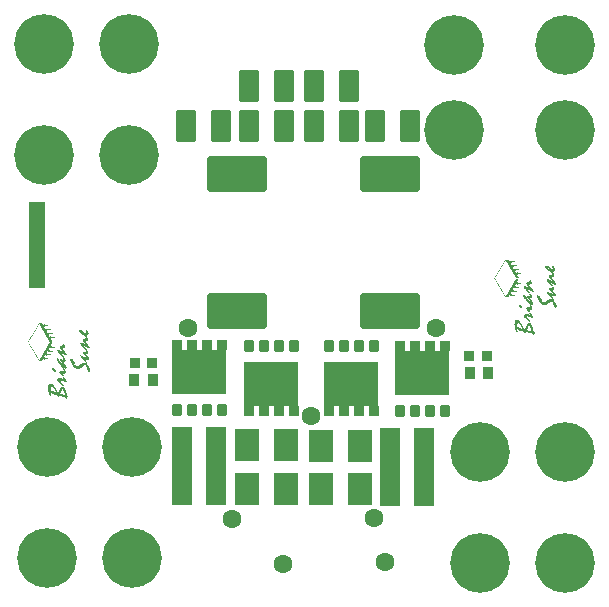
<source format=gts>
G04*
G04 #@! TF.GenerationSoftware,Altium Limited,Altium Designer,19.0.6 (157)*
G04*
G04 Layer_Color=3707366*
%FSLAX25Y25*%
%MOIN*%
G70*
G01*
G75*
%ADD21R,0.07087X0.25984*%
%ADD22R,0.07874X0.11000*%
%ADD24R,0.05599X0.28771*%
G04:AMPARAMS|DCode=25|XSize=35.47mil|YSize=33.5mil|CornerRadius=4.15mil|HoleSize=0mil|Usage=FLASHONLY|Rotation=270.000|XOffset=0mil|YOffset=0mil|HoleType=Round|Shape=RoundedRectangle|*
%AMROUNDEDRECTD25*
21,1,0.03547,0.02520,0,0,270.0*
21,1,0.02717,0.03350,0,0,270.0*
1,1,0.00830,-0.01260,-0.01358*
1,1,0.00830,-0.01260,0.01358*
1,1,0.00830,0.01260,0.01358*
1,1,0.00830,0.01260,-0.01358*
%
%ADD25ROUNDEDRECTD25*%
G04:AMPARAMS|DCode=26|XSize=41.37mil|YSize=33.5mil|CornerRadius=4.15mil|HoleSize=0mil|Usage=FLASHONLY|Rotation=90.000|XOffset=0mil|YOffset=0mil|HoleType=Round|Shape=RoundedRectangle|*
%AMROUNDEDRECTD26*
21,1,0.04137,0.02520,0,0,90.0*
21,1,0.03307,0.03350,0,0,90.0*
1,1,0.00830,0.01260,0.01654*
1,1,0.00830,0.01260,-0.01654*
1,1,0.00830,-0.01260,-0.01654*
1,1,0.00830,-0.01260,0.01654*
%
%ADD26ROUNDEDRECTD26*%
%ADD27R,0.03350X0.03350*%
%ADD28R,0.03625X0.03861*%
G04:AMPARAMS|DCode=29|XSize=65mil|YSize=108mil|CornerRadius=5.72mil|HoleSize=0mil|Usage=FLASHONLY|Rotation=180.000|XOffset=0mil|YOffset=0mil|HoleType=Round|Shape=RoundedRectangle|*
%AMROUNDEDRECTD29*
21,1,0.06500,0.09655,0,0,180.0*
21,1,0.05355,0.10800,0,0,180.0*
1,1,0.01145,-0.02678,0.04828*
1,1,0.01145,0.02678,0.04828*
1,1,0.01145,0.02678,-0.04828*
1,1,0.01145,-0.02678,-0.04828*
%
%ADD29ROUNDEDRECTD29*%
G04:AMPARAMS|DCode=30|XSize=198.85mil|YSize=120.11mil|CornerRadius=9.86mil|HoleSize=0mil|Usage=FLASHONLY|Rotation=0.000|XOffset=0mil|YOffset=0mil|HoleType=Round|Shape=RoundedRectangle|*
%AMROUNDEDRECTD30*
21,1,0.19885,0.10039,0,0,0.0*
21,1,0.17913,0.12011,0,0,0.0*
1,1,0.01972,0.08957,-0.05020*
1,1,0.01972,-0.08957,-0.05020*
1,1,0.01972,-0.08957,0.05020*
1,1,0.01972,0.08957,0.05020*
%
%ADD30ROUNDEDRECTD30*%
%ADD31R,0.18310X0.14570*%
%ADD32C,0.06307*%
%ADD33C,0.19885*%
G36*
X10605Y91839D02*
X10717D01*
Y91615D01*
X10829D01*
Y91503D01*
X10941D01*
Y91391D01*
X11165D01*
Y91503D01*
X11389D01*
Y91615D01*
X11501D01*
Y91503D01*
X12732D01*
Y91391D01*
X12844D01*
Y91280D01*
X12732D01*
Y91167D01*
X11837D01*
Y91056D01*
X11725D01*
Y90944D01*
X11613D01*
Y90832D01*
X11501D01*
Y90720D01*
X11389D01*
Y90496D01*
X11501D01*
Y90272D01*
X11613D01*
Y90160D01*
X11949D01*
Y90272D01*
X12285D01*
Y90160D01*
X13516D01*
Y89824D01*
X12509D01*
Y89712D01*
X12397D01*
Y89600D01*
X12285D01*
Y89488D01*
X12173D01*
Y89152D01*
X12285D01*
Y88928D01*
X12397D01*
Y88816D01*
X12621D01*
Y88928D01*
X12844D01*
Y89040D01*
X12957D01*
Y88928D01*
X14300D01*
Y88592D01*
X13292D01*
Y88481D01*
X13180D01*
Y88369D01*
X13068D01*
Y88257D01*
X12957D01*
Y88145D01*
X12844D01*
Y87921D01*
X12957D01*
Y87809D01*
X13068D01*
Y87585D01*
X13404D01*
Y87697D01*
X13740D01*
Y87585D01*
X14972D01*
Y87361D01*
X14860D01*
Y87249D01*
X13964D01*
Y87137D01*
X13852D01*
Y87025D01*
X13740D01*
Y86913D01*
X13628D01*
Y86577D01*
X13740D01*
Y86353D01*
X13852D01*
Y86241D01*
X13964D01*
Y86017D01*
X14076D01*
Y85905D01*
X13964D01*
Y85794D01*
X13292D01*
Y85905D01*
X13068D01*
Y86017D01*
X12957D01*
Y86241D01*
X12844D01*
Y86465D01*
X12732D01*
Y86689D01*
X12621D01*
Y86801D01*
X12509D01*
Y87025D01*
X12397D01*
Y87249D01*
X12285D01*
Y87361D01*
X12173D01*
Y87585D01*
X12061D01*
Y87809D01*
X11949D01*
Y88033D01*
X11837D01*
Y88257D01*
X11725D01*
Y88369D01*
X11613D01*
Y88592D01*
X11501D01*
Y88816D01*
X11389D01*
Y88928D01*
X11277D01*
Y89152D01*
X11165D01*
Y89376D01*
X11053D01*
Y89600D01*
X10941D01*
Y89712D01*
X10829D01*
Y89936D01*
X10717D01*
Y90160D01*
X10605D01*
Y90384D01*
X10493D01*
Y90496D01*
X10381D01*
Y90720D01*
X10270D01*
Y90944D01*
X10158D01*
Y91167D01*
X10046D01*
Y91280D01*
X9934D01*
Y91503D01*
X9822D01*
Y91615D01*
X9598D01*
Y91503D01*
X9486D01*
Y91280D01*
X9374D01*
Y91056D01*
X9262D01*
Y90832D01*
X9150D01*
Y90720D01*
X9038D01*
Y90496D01*
X8926D01*
Y90384D01*
X8814D01*
Y90160D01*
X8702D01*
Y89936D01*
X8590D01*
Y89712D01*
X8478D01*
Y89600D01*
X8366D01*
Y89376D01*
X8254D01*
Y89264D01*
X8142D01*
Y89040D01*
X8030D01*
Y88816D01*
X7918D01*
Y88704D01*
X7806D01*
Y88481D01*
X7694D01*
Y88257D01*
X7582D01*
Y88033D01*
X7470D01*
Y87921D01*
X7359D01*
Y87697D01*
X7247D01*
Y87473D01*
X7135D01*
Y87361D01*
X7023D01*
Y87137D01*
X6911D01*
Y86913D01*
X6799D01*
Y86801D01*
X6687D01*
Y86577D01*
X6575D01*
Y86353D01*
X6463D01*
Y86129D01*
X6351D01*
Y86017D01*
X6239D01*
Y85794D01*
X6127D01*
Y85570D01*
X6239D01*
Y85458D01*
X6351D01*
Y85234D01*
X6463D01*
Y85010D01*
X6575D01*
Y84898D01*
X6687D01*
Y84674D01*
X6799D01*
Y84450D01*
X6911D01*
Y84338D01*
X7023D01*
Y84114D01*
X7135D01*
Y84002D01*
X7247D01*
Y83778D01*
X7359D01*
Y83554D01*
X7470D01*
Y83330D01*
X7582D01*
Y83218D01*
X7694D01*
Y82995D01*
X7806D01*
Y82771D01*
X7918D01*
Y82659D01*
X8030D01*
Y82435D01*
X8142D01*
Y82211D01*
X8254D01*
Y82099D01*
X8366D01*
Y81875D01*
X8478D01*
Y81651D01*
X8590D01*
Y81427D01*
X8702D01*
Y81315D01*
X8814D01*
Y81091D01*
X8926D01*
Y80867D01*
X9038D01*
Y80755D01*
X9150D01*
Y80532D01*
X9262D01*
Y80308D01*
X9374D01*
Y80084D01*
X9486D01*
Y79972D01*
X9598D01*
Y79860D01*
X9934D01*
Y80084D01*
X10046D01*
Y80308D01*
X10158D01*
Y80532D01*
X10270D01*
Y80643D01*
X10381D01*
Y80867D01*
X10493D01*
Y81091D01*
X10605D01*
Y81315D01*
X10717D01*
Y81539D01*
X10829D01*
Y81651D01*
X10941D01*
Y81875D01*
X11053D01*
Y81987D01*
X11165D01*
Y82211D01*
X11277D01*
Y82435D01*
X11389D01*
Y82659D01*
X11501D01*
Y82771D01*
X11613D01*
Y82995D01*
X11725D01*
Y83218D01*
X11837D01*
Y83442D01*
X11949D01*
Y83554D01*
X12061D01*
Y83778D01*
X12173D01*
Y84002D01*
X12285D01*
Y84226D01*
X12397D01*
Y84450D01*
X12509D01*
Y84562D01*
X12621D01*
Y84786D01*
X12732D01*
Y85010D01*
X12844D01*
Y85122D01*
X12957D01*
Y85346D01*
X13068D01*
Y85458D01*
X13180D01*
Y85570D01*
X13292D01*
Y85682D01*
X13964D01*
Y85570D01*
X14076D01*
Y85458D01*
X13964D01*
Y85234D01*
X13852D01*
Y85010D01*
X13740D01*
Y84786D01*
X13628D01*
Y84562D01*
X13740D01*
Y84450D01*
X13852D01*
Y84338D01*
X13964D01*
Y84226D01*
X14972D01*
Y83890D01*
X13740D01*
Y83666D01*
X13628D01*
Y83778D01*
X13404D01*
Y83890D01*
X13068D01*
Y83666D01*
X12957D01*
Y83442D01*
X12844D01*
Y83330D01*
X12957D01*
Y83218D01*
X13068D01*
Y83106D01*
X13180D01*
Y82995D01*
X13292D01*
Y82883D01*
X14300D01*
Y82659D01*
X14188D01*
Y82547D01*
X12957D01*
Y82435D01*
X12844D01*
Y82547D01*
X12621D01*
Y82659D01*
X12397D01*
Y82547D01*
X12285D01*
Y82323D01*
X12173D01*
Y81987D01*
X12285D01*
Y81875D01*
X12397D01*
Y81763D01*
X12509D01*
Y81651D01*
X13516D01*
Y81315D01*
X12285D01*
Y81203D01*
X11949D01*
Y81315D01*
X11613D01*
Y81203D01*
X11501D01*
Y80979D01*
X11389D01*
Y80755D01*
X11501D01*
Y80643D01*
X11613D01*
Y80532D01*
X11725D01*
Y80419D01*
X11837D01*
Y80308D01*
X12732D01*
Y80196D01*
X12844D01*
Y80084D01*
X12732D01*
Y79972D01*
X11501D01*
Y79860D01*
X11389D01*
Y79972D01*
X11165D01*
Y80084D01*
X10941D01*
Y79972D01*
X10829D01*
Y79748D01*
X10717D01*
Y79636D01*
X10605D01*
Y79524D01*
X9598D01*
Y79636D01*
X9486D01*
Y79748D01*
X9374D01*
Y79972D01*
X9262D01*
Y80196D01*
X9150D01*
Y80308D01*
X9038D01*
Y80532D01*
X8926D01*
Y80755D01*
X8814D01*
Y80867D01*
X8702D01*
Y81091D01*
X8590D01*
Y81315D01*
X8478D01*
Y81427D01*
X8366D01*
Y81651D01*
X8254D01*
Y81875D01*
X8142D01*
Y81987D01*
X8030D01*
Y82211D01*
X7918D01*
Y82435D01*
X7806D01*
Y82659D01*
X7694D01*
Y82771D01*
X7582D01*
Y82995D01*
X7470D01*
Y83218D01*
X7359D01*
Y83330D01*
X7247D01*
Y83554D01*
X7135D01*
Y83778D01*
X7023D01*
Y84002D01*
X6911D01*
Y84114D01*
X6799D01*
Y84338D01*
X6687D01*
Y84562D01*
X6575D01*
Y84674D01*
X6463D01*
Y84898D01*
X6351D01*
Y85122D01*
X6239D01*
Y85346D01*
X6127D01*
Y85458D01*
X6015D01*
Y85682D01*
X5903D01*
Y85794D01*
X6015D01*
Y86017D01*
X6127D01*
Y86129D01*
X6239D01*
Y86353D01*
X6351D01*
Y86577D01*
X6463D01*
Y86689D01*
X6575D01*
Y86913D01*
X6687D01*
Y87137D01*
X6799D01*
Y87361D01*
X6911D01*
Y87473D01*
X7023D01*
Y87697D01*
X7135D01*
Y87921D01*
X7247D01*
Y88033D01*
X7359D01*
Y88257D01*
X7470D01*
Y88481D01*
X7582D01*
Y88592D01*
X7694D01*
Y88816D01*
X7806D01*
Y89040D01*
X7918D01*
Y89152D01*
X8030D01*
Y89376D01*
X8142D01*
Y89488D01*
X8254D01*
Y89712D01*
X8366D01*
Y89936D01*
X8478D01*
Y90160D01*
X8590D01*
Y90272D01*
X8702D01*
Y90496D01*
X8814D01*
Y90720D01*
X8926D01*
Y90832D01*
X9038D01*
Y91056D01*
X9150D01*
Y91280D01*
X9262D01*
Y91503D01*
X9374D01*
Y91615D01*
X9486D01*
Y91839D01*
X9598D01*
Y91951D01*
X10605D01*
Y91839D01*
D02*
G37*
G36*
X17995Y84898D02*
X18106D01*
Y84786D01*
X18218D01*
Y84674D01*
X18330D01*
Y84002D01*
X18218D01*
Y83890D01*
X17995D01*
Y83778D01*
X17659D01*
Y83666D01*
X17547D01*
Y83554D01*
X17435D01*
Y83442D01*
X17547D01*
Y83330D01*
X17659D01*
Y83106D01*
X17771D01*
Y82995D01*
X17883D01*
Y82771D01*
X17995D01*
Y82659D01*
X18218D01*
Y82547D01*
X18330D01*
Y82323D01*
X18442D01*
Y82211D01*
X18554D01*
Y82099D01*
X18666D01*
Y81987D01*
X18778D01*
Y81875D01*
X18890D01*
Y81651D01*
X19002D01*
Y81315D01*
X18330D01*
Y81427D01*
X18106D01*
Y81539D01*
X17883D01*
Y81651D01*
X17659D01*
Y81763D01*
X17435D01*
Y81875D01*
X17211D01*
Y81651D01*
X17323D01*
Y81539D01*
X17435D01*
Y81427D01*
X17547D01*
Y81315D01*
X17659D01*
Y81203D01*
X17771D01*
Y80979D01*
X17883D01*
Y80755D01*
X17435D01*
Y80867D01*
X17323D01*
Y80979D01*
X17211D01*
Y81091D01*
X17099D01*
Y81203D01*
X16987D01*
Y81315D01*
X16875D01*
Y81427D01*
X16763D01*
Y81539D01*
X16651D01*
Y81651D01*
X16539D01*
Y81875D01*
X16427D01*
Y81987D01*
X16315D01*
Y82099D01*
X16203D01*
Y82211D01*
X16091D01*
Y82323D01*
X15979D01*
Y82435D01*
X15867D01*
Y82659D01*
X15755D01*
Y82995D01*
X15867D01*
Y83106D01*
X15979D01*
Y83218D01*
X16315D01*
Y83106D01*
X16539D01*
Y82995D01*
X16763D01*
Y82883D01*
X17099D01*
Y82771D01*
X17323D01*
Y82659D01*
X17435D01*
Y82771D01*
X17323D01*
Y82883D01*
X17211D01*
Y82995D01*
X17099D01*
Y83106D01*
X16987D01*
Y83218D01*
X16875D01*
Y83442D01*
X16763D01*
Y83554D01*
X16651D01*
Y83778D01*
X16539D01*
Y84338D01*
X16651D01*
Y84450D01*
X16875D01*
Y84562D01*
X17435D01*
Y84674D01*
X17547D01*
Y85010D01*
X17883D01*
Y85122D01*
X17995D01*
Y84898D01*
D02*
G37*
G36*
Y80532D02*
X18106D01*
Y80419D01*
X18218D01*
Y80308D01*
X18330D01*
Y80084D01*
X18442D01*
Y79860D01*
X18554D01*
Y79300D01*
X18442D01*
Y79188D01*
X18330D01*
Y79076D01*
X17771D01*
Y78964D01*
X17883D01*
Y78852D01*
X17995D01*
Y78628D01*
X18106D01*
Y78516D01*
X18218D01*
Y78404D01*
X18330D01*
Y78292D01*
X18442D01*
Y78068D01*
X18554D01*
Y77956D01*
X18666D01*
Y77732D01*
X18778D01*
Y77509D01*
X18890D01*
Y76949D01*
X18666D01*
Y76837D01*
X18442D01*
Y76949D01*
X18218D01*
Y77061D01*
X18106D01*
Y77173D01*
X17323D01*
Y77397D01*
X17211D01*
Y77509D01*
X17099D01*
Y77732D01*
X16987D01*
Y77845D01*
X16875D01*
Y77956D01*
X16763D01*
Y78068D01*
X16651D01*
Y78180D01*
X16539D01*
Y78404D01*
X16427D01*
Y78516D01*
X16315D01*
Y78740D01*
X16203D01*
Y78852D01*
X16091D01*
Y78964D01*
X15979D01*
Y79188D01*
X15867D01*
Y79300D01*
X15755D01*
Y79524D01*
X15643D01*
Y79748D01*
X15531D01*
Y80308D01*
X15867D01*
Y80196D01*
X15979D01*
Y80084D01*
X16091D01*
Y79972D01*
X16203D01*
Y79860D01*
X16315D01*
Y79636D01*
X16427D01*
Y79524D01*
X16539D01*
Y79412D01*
X16651D01*
Y79300D01*
X16763D01*
Y79188D01*
X16875D01*
Y78964D01*
X16987D01*
Y78852D01*
X17099D01*
Y78740D01*
X17211D01*
Y78628D01*
X17323D01*
Y78516D01*
X17435D01*
Y78404D01*
X17547D01*
Y78292D01*
X17659D01*
Y78180D01*
X17771D01*
Y78292D01*
X17659D01*
Y78404D01*
X17547D01*
Y78516D01*
X17435D01*
Y78628D01*
X17323D01*
Y78852D01*
X17211D01*
Y78964D01*
X17099D01*
Y79188D01*
X16987D01*
Y79300D01*
X16875D01*
Y79412D01*
X16763D01*
Y79972D01*
X17323D01*
Y79860D01*
X17659D01*
Y79972D01*
X17771D01*
Y80196D01*
X17659D01*
Y80308D01*
X17547D01*
Y80532D01*
X17659D01*
Y80643D01*
X17995D01*
Y80532D01*
D02*
G37*
G36*
X14300Y76949D02*
X14524D01*
Y76837D01*
X14748D01*
Y76725D01*
X14972D01*
Y76613D01*
X15084D01*
Y76501D01*
X15196D01*
Y76277D01*
X15308D01*
Y75829D01*
X15196D01*
Y75717D01*
X14748D01*
Y75829D01*
X14636D01*
Y75941D01*
X14524D01*
Y76053D01*
X14412D01*
Y76165D01*
X14300D01*
Y76277D01*
X14188D01*
Y76501D01*
X14076D01*
Y77061D01*
X14300D01*
Y76949D01*
D02*
G37*
G36*
X17995Y76837D02*
X18106D01*
Y76725D01*
X18218D01*
Y76501D01*
X18330D01*
Y76389D01*
X18442D01*
Y76165D01*
X18554D01*
Y75381D01*
X18442D01*
Y75269D01*
X17995D01*
Y75157D01*
X17771D01*
Y75046D01*
X17659D01*
Y74822D01*
X17771D01*
Y74710D01*
X17883D01*
Y74598D01*
X17995D01*
Y74486D01*
X17883D01*
Y74374D01*
X17435D01*
Y74486D01*
X17323D01*
Y74598D01*
X17211D01*
Y74710D01*
X17099D01*
Y74822D01*
X16987D01*
Y74934D01*
X16875D01*
Y75157D01*
X16763D01*
Y75269D01*
X16651D01*
Y75381D01*
X16539D01*
Y75493D01*
X16427D01*
Y75829D01*
X16539D01*
Y75941D01*
X16651D01*
Y76053D01*
X17771D01*
Y76165D01*
X17883D01*
Y76277D01*
X17771D01*
Y76501D01*
X17659D01*
Y76725D01*
X17547D01*
Y76949D01*
X17883D01*
Y77061D01*
X17995D01*
Y76837D01*
D02*
G37*
G36*
Y74150D02*
X18106D01*
Y73926D01*
X18218D01*
Y73814D01*
X18330D01*
Y73590D01*
X18442D01*
Y73366D01*
X18554D01*
Y73254D01*
X18666D01*
Y73030D01*
X18778D01*
Y72806D01*
X18890D01*
Y72470D01*
X18778D01*
Y72359D01*
X18330D01*
Y72470D01*
X18218D01*
Y72582D01*
X17995D01*
Y72694D01*
X17771D01*
Y72806D01*
X17547D01*
Y72918D01*
X17099D01*
Y73030D01*
X16875D01*
Y72918D01*
X16763D01*
Y72694D01*
X16875D01*
Y72470D01*
X16987D01*
Y72359D01*
X17099D01*
Y72247D01*
X17211D01*
Y72135D01*
X17323D01*
Y72023D01*
X17435D01*
Y71911D01*
X17547D01*
Y71799D01*
X17659D01*
Y71575D01*
X17771D01*
Y71463D01*
X17883D01*
Y71239D01*
X17323D01*
Y71351D01*
X17211D01*
Y71575D01*
X17099D01*
Y71687D01*
X16987D01*
Y71799D01*
X16875D01*
Y71911D01*
X16763D01*
Y72023D01*
X16651D01*
Y72135D01*
X16539D01*
Y72247D01*
X16427D01*
Y72359D01*
X15979D01*
Y72582D01*
X15867D01*
Y72694D01*
X15755D01*
Y73366D01*
X15867D01*
Y73478D01*
X15979D01*
Y73590D01*
X16091D01*
Y73702D01*
X16315D01*
Y73814D01*
X16987D01*
Y73702D01*
X17323D01*
Y73590D01*
X17547D01*
Y73478D01*
X17771D01*
Y73366D01*
X17995D01*
Y73478D01*
X17883D01*
Y73590D01*
X17771D01*
Y73702D01*
X17659D01*
Y73926D01*
X17547D01*
Y74038D01*
X17435D01*
Y74150D01*
X17659D01*
Y74262D01*
X17995D01*
Y74150D01*
D02*
G37*
G36*
X13852Y71799D02*
X14076D01*
Y71687D01*
X14300D01*
Y71575D01*
X14412D01*
Y71463D01*
X14524D01*
Y71239D01*
X14636D01*
Y71015D01*
X14748D01*
Y70903D01*
X14860D01*
Y70679D01*
X14972D01*
Y70567D01*
X15084D01*
Y70343D01*
X15196D01*
Y70231D01*
X15308D01*
Y70007D01*
X15419D01*
Y69784D01*
X15531D01*
Y69560D01*
X15643D01*
Y69336D01*
X15755D01*
Y69112D01*
X15867D01*
Y69000D01*
X15979D01*
Y68888D01*
X16091D01*
Y69000D01*
X16203D01*
Y69224D01*
X16315D01*
Y69448D01*
X16427D01*
Y69784D01*
X16539D01*
Y70007D01*
X16651D01*
Y70231D01*
X16763D01*
Y70455D01*
X16875D01*
Y70679D01*
X16987D01*
Y70791D01*
X17099D01*
Y70903D01*
X17771D01*
Y70791D01*
X17995D01*
Y70567D01*
X18106D01*
Y70455D01*
X18218D01*
Y70231D01*
X18330D01*
Y70007D01*
X18442D01*
Y69784D01*
X18554D01*
Y69448D01*
X18666D01*
Y69112D01*
X18778D01*
Y68664D01*
X18890D01*
Y68216D01*
X19002D01*
Y67880D01*
X19114D01*
Y67768D01*
X19338D01*
Y67320D01*
X19114D01*
Y66761D01*
X18778D01*
Y66873D01*
X18666D01*
Y67097D01*
X18554D01*
Y67208D01*
X18442D01*
Y67320D01*
X18330D01*
Y67432D01*
X17883D01*
Y67544D01*
X17323D01*
Y67656D01*
X16987D01*
Y67768D01*
X16539D01*
Y67656D01*
X16427D01*
Y67432D01*
X15979D01*
Y67656D01*
X15867D01*
Y67880D01*
X15755D01*
Y67992D01*
X15419D01*
Y68104D01*
X15084D01*
Y68216D01*
X14748D01*
Y68328D01*
X14300D01*
Y68440D01*
X14076D01*
Y68552D01*
X13964D01*
Y68664D01*
X13852D01*
Y68776D01*
X13740D01*
Y68888D01*
X13516D01*
Y68776D01*
X13628D01*
Y68328D01*
X13740D01*
Y67768D01*
X13516D01*
Y67880D01*
X13292D01*
Y68104D01*
X13068D01*
Y68440D01*
X12957D01*
Y68776D01*
X12844D01*
Y69224D01*
X12732D01*
Y70343D01*
X12621D01*
Y70567D01*
X12732D01*
Y71351D01*
X12844D01*
Y71463D01*
X12957D01*
Y71799D01*
X13068D01*
Y71911D01*
X13852D01*
Y71799D01*
D02*
G37*
G36*
X25608Y82883D02*
X25720D01*
Y82659D01*
X25832D01*
Y82323D01*
X25944D01*
Y82099D01*
X25832D01*
Y81875D01*
X25720D01*
Y81763D01*
X25384D01*
Y81539D01*
X25496D01*
Y81427D01*
X25608D01*
Y81315D01*
X25720D01*
Y81203D01*
X25832D01*
Y81091D01*
X25944D01*
Y80979D01*
X26056D01*
Y80755D01*
X26168D01*
Y80643D01*
X26280D01*
Y80419D01*
X26392D01*
Y79972D01*
X26280D01*
Y79860D01*
X26056D01*
Y79748D01*
X25384D01*
Y79860D01*
X25272D01*
Y79636D01*
X25384D01*
Y79524D01*
X25496D01*
Y79412D01*
X25608D01*
Y79300D01*
X25272D01*
Y79188D01*
X25048D01*
Y79300D01*
X24936D01*
Y79412D01*
X24824D01*
Y79524D01*
X24712D01*
Y79636D01*
X24600D01*
Y79748D01*
X24488D01*
Y79860D01*
X24376D01*
Y79972D01*
X24264D01*
Y80084D01*
X24152D01*
Y80196D01*
X24040D01*
Y80308D01*
X23928D01*
Y80419D01*
X23816D01*
Y80532D01*
X23705D01*
Y80643D01*
X23593D01*
Y80755D01*
X23481D01*
Y80979D01*
X23369D01*
Y81315D01*
X23705D01*
Y81203D01*
X23928D01*
Y81091D01*
X24152D01*
Y80979D01*
X24376D01*
Y80867D01*
X24712D01*
Y80755D01*
X25048D01*
Y80643D01*
X25608D01*
Y80755D01*
X25496D01*
Y80867D01*
X25384D01*
Y80979D01*
X25272D01*
Y81091D01*
X25160D01*
Y81203D01*
X25048D01*
Y81315D01*
X24936D01*
Y81427D01*
X24824D01*
Y81539D01*
X24712D01*
Y81651D01*
X24600D01*
Y81763D01*
X24488D01*
Y81875D01*
X24264D01*
Y81987D01*
X24152D01*
Y82547D01*
X25160D01*
Y82995D01*
X25608D01*
Y82883D01*
D02*
G37*
G36*
X20570Y79972D02*
X20906D01*
Y79860D01*
X21017D01*
Y79636D01*
X21129D01*
Y79524D01*
X21241D01*
Y79300D01*
X21353D01*
Y79188D01*
X21465D01*
Y78964D01*
X21577D01*
Y78740D01*
X21689D01*
Y78292D01*
X21465D01*
Y78180D01*
X21577D01*
Y78068D01*
X21689D01*
Y77956D01*
X21801D01*
Y77845D01*
X21913D01*
Y77732D01*
X22585D01*
Y77845D01*
X22921D01*
Y77956D01*
X23033D01*
Y78068D01*
X23257D01*
Y78180D01*
X23369D01*
Y78292D01*
X23481D01*
Y78404D01*
X23705D01*
Y78516D01*
X23816D01*
Y78628D01*
X24040D01*
Y78740D01*
X24264D01*
Y78852D01*
X25160D01*
Y79076D01*
X25608D01*
Y78740D01*
X25720D01*
Y78180D01*
X25832D01*
Y78068D01*
X25944D01*
Y77956D01*
X26056D01*
Y77732D01*
X26168D01*
Y77621D01*
X26280D01*
Y77397D01*
X26392D01*
Y77173D01*
X26503D01*
Y76949D01*
X26615D01*
Y76725D01*
X26727D01*
Y76053D01*
X26615D01*
Y75829D01*
X26168D01*
Y75941D01*
X26056D01*
Y76053D01*
X25944D01*
Y76277D01*
X25832D01*
Y76501D01*
X25720D01*
Y76837D01*
X25608D01*
Y77061D01*
X25496D01*
Y77285D01*
X25384D01*
Y77621D01*
X25496D01*
Y77732D01*
X25272D01*
Y77845D01*
X25160D01*
Y77956D01*
X24712D01*
Y77845D01*
X24488D01*
Y77732D01*
X24376D01*
Y77621D01*
X24152D01*
Y77509D01*
X24040D01*
Y77397D01*
X23928D01*
Y77285D01*
X23816D01*
Y77173D01*
X23705D01*
Y77061D01*
X23481D01*
Y76949D01*
X23257D01*
Y76837D01*
X23145D01*
Y76725D01*
X22137D01*
Y76837D01*
X21913D01*
Y76949D01*
X21801D01*
Y77061D01*
X21577D01*
Y77173D01*
X21465D01*
Y77285D01*
X21353D01*
Y77397D01*
X21241D01*
Y77509D01*
X21129D01*
Y77732D01*
X21017D01*
Y77845D01*
X20906D01*
Y77956D01*
X20794D01*
Y78180D01*
X20682D01*
Y78404D01*
X20570D01*
Y78628D01*
X20458D01*
Y78740D01*
X20346D01*
Y79076D01*
X20234D01*
Y79300D01*
X20122D01*
Y79636D01*
X20010D01*
Y79860D01*
X20122D01*
Y80084D01*
X20570D01*
Y79972D01*
D02*
G37*
G36*
X23481Y85458D02*
Y85570D01*
X23593D01*
X23705D01*
X23816D01*
X23928D01*
Y85458D01*
X24040D01*
X24152D01*
X24264D01*
Y85346D01*
X24376D01*
X24488D01*
Y85234D01*
X24600D01*
X24712D01*
Y85122D01*
X24824D01*
X24936D01*
Y85234D01*
X24824D01*
Y85346D01*
X24712D01*
Y85570D01*
X24600D01*
Y85682D01*
X24488D01*
Y85794D01*
X24376D01*
Y85905D01*
X24264D01*
Y86129D01*
X24152D01*
Y86689D01*
X24264D01*
Y86801D01*
X24376D01*
Y86913D01*
X24488D01*
X24600D01*
X24712D01*
X24824D01*
X24936D01*
X25048D01*
Y87025D01*
X25160D01*
Y87361D01*
X25272D01*
X25384D01*
Y87473D01*
X25496D01*
X25608D01*
Y87361D01*
X25720D01*
Y87137D01*
X25832D01*
Y87025D01*
X25944D01*
Y86353D01*
X25832D01*
Y86241D01*
X25720D01*
X25608D01*
X25496D01*
Y86129D01*
X25384D01*
X25272D01*
Y86017D01*
X25160D01*
Y85682D01*
X25272D01*
Y85570D01*
X25384D01*
Y85346D01*
X25496D01*
Y85234D01*
X25608D01*
Y85122D01*
X25720D01*
Y85010D01*
X25832D01*
Y84898D01*
X25944D01*
Y84786D01*
X26056D01*
Y84562D01*
X26168D01*
Y84450D01*
X26280D01*
Y84338D01*
X26392D01*
Y84226D01*
X26503D01*
Y84002D01*
X26615D01*
Y83666D01*
X26503D01*
X26392D01*
X26280D01*
X26168D01*
X26056D01*
X25944D01*
Y83778D01*
X25832D01*
X25720D01*
Y83890D01*
X25608D01*
X25496D01*
Y84002D01*
X25384D01*
X25272D01*
Y84114D01*
X25160D01*
X25048D01*
Y84226D01*
X24936D01*
X24824D01*
Y84114D01*
X24936D01*
Y83890D01*
X25048D01*
Y83778D01*
X25160D01*
Y83666D01*
X25272D01*
Y83554D01*
X25384D01*
Y83442D01*
X25496D01*
Y83330D01*
X25608D01*
Y83218D01*
X25496D01*
X25384D01*
Y83106D01*
X25272D01*
X25160D01*
X25048D01*
Y83218D01*
X24936D01*
Y83330D01*
X24824D01*
Y83442D01*
X24712D01*
Y83554D01*
X24600D01*
Y83666D01*
X24488D01*
Y83890D01*
X24376D01*
Y84002D01*
X24264D01*
Y84114D01*
X24152D01*
Y84226D01*
X24040D01*
Y84338D01*
X23928D01*
Y84450D01*
X23816D01*
Y84562D01*
X23705D01*
Y84674D01*
X23593D01*
Y84786D01*
X23481D01*
Y85010D01*
X23369D01*
Y85458D01*
X23481D01*
D02*
G37*
G36*
X22921Y89824D02*
Y89936D01*
X23033D01*
X23145D01*
X23257D01*
X23369D01*
X23481D01*
X23593D01*
X23705D01*
Y89824D01*
X23816D01*
X23928D01*
Y89712D01*
X24040D01*
Y89600D01*
X24152D01*
Y89488D01*
X24264D01*
Y89376D01*
X24376D01*
Y89264D01*
X24488D01*
Y89152D01*
X24600D01*
Y89040D01*
X24712D01*
Y88928D01*
X24824D01*
Y88816D01*
X24936D01*
Y88704D01*
X25048D01*
X25160D01*
X25272D01*
Y88928D01*
X25384D01*
Y89152D01*
X25272D01*
Y89488D01*
X25160D01*
Y89824D01*
X25272D01*
Y89936D01*
X25384D01*
X25496D01*
X25608D01*
Y89824D01*
X25720D01*
Y89600D01*
X25832D01*
Y89488D01*
X25944D01*
Y89264D01*
X26056D01*
Y88816D01*
X26168D01*
Y88369D01*
X26056D01*
Y88145D01*
X25944D01*
Y88033D01*
X25832D01*
X25720D01*
Y87921D01*
X25608D01*
X25496D01*
Y87585D01*
X25384D01*
X25272D01*
X25160D01*
X25048D01*
X24936D01*
Y87697D01*
X24824D01*
Y87921D01*
X24712D01*
X24600D01*
Y88033D01*
X24488D01*
X24376D01*
X24264D01*
Y88145D01*
X24152D01*
X24040D01*
Y88257D01*
X23928D01*
Y88369D01*
X23816D01*
X23705D01*
Y88481D01*
X23593D01*
Y88592D01*
X23481D01*
Y88704D01*
X23369D01*
Y88816D01*
X23257D01*
Y88928D01*
X23145D01*
Y89040D01*
X23033D01*
Y89152D01*
X22921D01*
Y89376D01*
X22809D01*
Y89824D01*
X22921D01*
D02*
G37*
G36*
X58403Y71793D02*
D01*
D01*
D01*
D01*
D01*
D01*
D01*
D01*
D02*
G37*
G36*
X67581D02*
D01*
D01*
D01*
D01*
D01*
D01*
D01*
D01*
D02*
G37*
G36*
X82419Y75845D02*
D01*
D01*
D01*
D01*
D01*
D01*
D01*
D01*
D02*
G37*
G36*
X91597D02*
D01*
D01*
D01*
D01*
D01*
D01*
D01*
D01*
D02*
G37*
G36*
X181095Y111084D02*
X181207D01*
Y110860D01*
X181319D01*
Y110748D01*
X181431D01*
Y110524D01*
X181543D01*
Y110076D01*
X181655D01*
Y109628D01*
X181543D01*
Y109405D01*
X181431D01*
Y109292D01*
X181207D01*
Y109181D01*
X180983D01*
Y108845D01*
X180423D01*
Y108957D01*
X180311D01*
Y109181D01*
X180087D01*
Y109292D01*
X179752D01*
Y109405D01*
X179528D01*
Y109517D01*
X179416D01*
Y109628D01*
X179192D01*
Y109740D01*
X179080D01*
Y109852D01*
X178968D01*
Y109964D01*
X178856D01*
Y110076D01*
X178744D01*
Y110188D01*
X178632D01*
Y110300D01*
X178520D01*
Y110412D01*
X178408D01*
Y110636D01*
X178296D01*
Y111084D01*
X178408D01*
Y111196D01*
X179192D01*
Y111084D01*
X179416D01*
Y110972D01*
X179528D01*
Y110860D01*
X179639D01*
Y110748D01*
X179752D01*
Y110636D01*
X179863D01*
Y110524D01*
X179975D01*
Y110412D01*
X180087D01*
Y110300D01*
X180199D01*
Y110188D01*
X180311D01*
Y110076D01*
X180423D01*
Y109964D01*
X180759D01*
Y110188D01*
X180871D01*
Y110412D01*
X180759D01*
Y110748D01*
X180647D01*
Y111084D01*
X180759D01*
Y111196D01*
X181095D01*
Y111084D01*
D02*
G37*
G36*
X166093Y113099D02*
X166205D01*
Y112875D01*
X166316D01*
Y112763D01*
X166428D01*
Y112651D01*
X166652D01*
Y112763D01*
X166876D01*
Y112875D01*
X166988D01*
Y112763D01*
X168220D01*
Y112651D01*
X168332D01*
Y112539D01*
X168220D01*
Y112427D01*
X167324D01*
Y112315D01*
X167212D01*
Y112203D01*
X167100D01*
Y112092D01*
X166988D01*
Y111979D01*
X166876D01*
Y111756D01*
X166988D01*
Y111532D01*
X167100D01*
Y111420D01*
X167436D01*
Y111532D01*
X167772D01*
Y111420D01*
X169003D01*
Y111084D01*
X167996D01*
Y110972D01*
X167884D01*
Y110860D01*
X167772D01*
Y110748D01*
X167660D01*
Y110412D01*
X167772D01*
Y110188D01*
X167884D01*
Y110076D01*
X168108D01*
Y110188D01*
X168332D01*
Y110300D01*
X168444D01*
Y110188D01*
X169787D01*
Y109852D01*
X168780D01*
Y109740D01*
X168668D01*
Y109628D01*
X168556D01*
Y109517D01*
X168444D01*
Y109405D01*
X168332D01*
Y109181D01*
X168444D01*
Y109069D01*
X168556D01*
Y108845D01*
X168892D01*
Y108957D01*
X169227D01*
Y108845D01*
X170459D01*
Y108621D01*
X170347D01*
Y108509D01*
X169451D01*
Y108397D01*
X169339D01*
Y108285D01*
X169227D01*
Y108173D01*
X169115D01*
Y107837D01*
X169227D01*
Y107613D01*
X169339D01*
Y107501D01*
X169451D01*
Y107277D01*
X169563D01*
Y107165D01*
X169451D01*
Y107053D01*
X168780D01*
Y107165D01*
X168556D01*
Y107277D01*
X168444D01*
Y107501D01*
X168332D01*
Y107725D01*
X168220D01*
Y107949D01*
X168108D01*
Y108061D01*
X167996D01*
Y108285D01*
X167884D01*
Y108509D01*
X167772D01*
Y108621D01*
X167660D01*
Y108845D01*
X167548D01*
Y109069D01*
X167436D01*
Y109292D01*
X167324D01*
Y109517D01*
X167212D01*
Y109628D01*
X167100D01*
Y109852D01*
X166988D01*
Y110076D01*
X166876D01*
Y110188D01*
X166764D01*
Y110412D01*
X166652D01*
Y110636D01*
X166540D01*
Y110860D01*
X166428D01*
Y110972D01*
X166316D01*
Y111196D01*
X166205D01*
Y111420D01*
X166093D01*
Y111644D01*
X165981D01*
Y111756D01*
X165869D01*
Y111979D01*
X165757D01*
Y112203D01*
X165645D01*
Y112427D01*
X165533D01*
Y112539D01*
X165421D01*
Y112763D01*
X165309D01*
Y112875D01*
X165085D01*
Y112763D01*
X164973D01*
Y112539D01*
X164861D01*
Y112315D01*
X164749D01*
Y112092D01*
X164637D01*
Y111979D01*
X164525D01*
Y111756D01*
X164413D01*
Y111644D01*
X164301D01*
Y111420D01*
X164189D01*
Y111196D01*
X164077D01*
Y110972D01*
X163965D01*
Y110860D01*
X163853D01*
Y110636D01*
X163741D01*
Y110524D01*
X163629D01*
Y110300D01*
X163517D01*
Y110076D01*
X163406D01*
Y109964D01*
X163294D01*
Y109740D01*
X163182D01*
Y109517D01*
X163070D01*
Y109292D01*
X162958D01*
Y109181D01*
X162846D01*
Y108957D01*
X162734D01*
Y108733D01*
X162622D01*
Y108621D01*
X162510D01*
Y108397D01*
X162398D01*
Y108173D01*
X162286D01*
Y108061D01*
X162174D01*
Y107837D01*
X162062D01*
Y107613D01*
X161950D01*
Y107389D01*
X161838D01*
Y107277D01*
X161726D01*
Y107053D01*
X161614D01*
Y106829D01*
X161726D01*
Y106718D01*
X161838D01*
Y106494D01*
X161950D01*
Y106270D01*
X162062D01*
Y106158D01*
X162174D01*
Y105934D01*
X162286D01*
Y105710D01*
X162398D01*
Y105598D01*
X162510D01*
Y105374D01*
X162622D01*
Y105262D01*
X162734D01*
Y105038D01*
X162846D01*
Y104814D01*
X162958D01*
Y104590D01*
X163070D01*
Y104478D01*
X163182D01*
Y104254D01*
X163294D01*
Y104031D01*
X163406D01*
Y103919D01*
X163517D01*
Y103695D01*
X163629D01*
Y103471D01*
X163741D01*
Y103359D01*
X163853D01*
Y103135D01*
X163965D01*
Y102911D01*
X164077D01*
Y102687D01*
X164189D01*
Y102575D01*
X164301D01*
Y102351D01*
X164413D01*
Y102127D01*
X164525D01*
Y102015D01*
X164637D01*
Y101791D01*
X164749D01*
Y101567D01*
X164861D01*
Y101344D01*
X164973D01*
Y101232D01*
X165085D01*
Y101120D01*
X165421D01*
Y101344D01*
X165533D01*
Y101567D01*
X165645D01*
Y101791D01*
X165757D01*
Y101903D01*
X165869D01*
Y102127D01*
X165981D01*
Y102351D01*
X166093D01*
Y102575D01*
X166205D01*
Y102799D01*
X166316D01*
Y102911D01*
X166428D01*
Y103135D01*
X166540D01*
Y103247D01*
X166652D01*
Y103471D01*
X166764D01*
Y103695D01*
X166876D01*
Y103919D01*
X166988D01*
Y104031D01*
X167100D01*
Y104254D01*
X167212D01*
Y104478D01*
X167324D01*
Y104702D01*
X167436D01*
Y104814D01*
X167548D01*
Y105038D01*
X167660D01*
Y105262D01*
X167772D01*
Y105486D01*
X167884D01*
Y105710D01*
X167996D01*
Y105822D01*
X168108D01*
Y106046D01*
X168220D01*
Y106270D01*
X168332D01*
Y106382D01*
X168444D01*
Y106606D01*
X168556D01*
Y106718D01*
X168668D01*
Y106829D01*
X168780D01*
Y106941D01*
X169451D01*
Y106829D01*
X169563D01*
Y106718D01*
X169451D01*
Y106494D01*
X169339D01*
Y106270D01*
X169227D01*
Y106046D01*
X169115D01*
Y105822D01*
X169227D01*
Y105710D01*
X169339D01*
Y105598D01*
X169451D01*
Y105486D01*
X170459D01*
Y105150D01*
X169227D01*
Y104926D01*
X169115D01*
Y105038D01*
X168892D01*
Y105150D01*
X168556D01*
Y104926D01*
X168444D01*
Y104702D01*
X168332D01*
Y104590D01*
X168444D01*
Y104478D01*
X168556D01*
Y104366D01*
X168668D01*
Y104254D01*
X168780D01*
Y104142D01*
X169787D01*
Y103919D01*
X169675D01*
Y103807D01*
X168444D01*
Y103695D01*
X168332D01*
Y103807D01*
X168108D01*
Y103919D01*
X167884D01*
Y103807D01*
X167772D01*
Y103583D01*
X167660D01*
Y103247D01*
X167772D01*
Y103135D01*
X167884D01*
Y103023D01*
X167996D01*
Y102911D01*
X169003D01*
Y102575D01*
X167772D01*
Y102463D01*
X167436D01*
Y102575D01*
X167100D01*
Y102463D01*
X166988D01*
Y102239D01*
X166876D01*
Y102015D01*
X166988D01*
Y101903D01*
X167100D01*
Y101791D01*
X167212D01*
Y101679D01*
X167324D01*
Y101567D01*
X168220D01*
Y101455D01*
X168332D01*
Y101344D01*
X168220D01*
Y101232D01*
X166988D01*
Y101120D01*
X166876D01*
Y101232D01*
X166652D01*
Y101344D01*
X166428D01*
Y101232D01*
X166316D01*
Y101008D01*
X166205D01*
Y100896D01*
X166093D01*
Y100784D01*
X165085D01*
Y100896D01*
X164973D01*
Y101008D01*
X164861D01*
Y101232D01*
X164749D01*
Y101455D01*
X164637D01*
Y101567D01*
X164525D01*
Y101791D01*
X164413D01*
Y102015D01*
X164301D01*
Y102127D01*
X164189D01*
Y102351D01*
X164077D01*
Y102575D01*
X163965D01*
Y102687D01*
X163853D01*
Y102911D01*
X163741D01*
Y103135D01*
X163629D01*
Y103247D01*
X163517D01*
Y103471D01*
X163406D01*
Y103695D01*
X163294D01*
Y103919D01*
X163182D01*
Y104031D01*
X163070D01*
Y104254D01*
X162958D01*
Y104478D01*
X162846D01*
Y104590D01*
X162734D01*
Y104814D01*
X162622D01*
Y105038D01*
X162510D01*
Y105262D01*
X162398D01*
Y105374D01*
X162286D01*
Y105598D01*
X162174D01*
Y105822D01*
X162062D01*
Y105934D01*
X161950D01*
Y106158D01*
X161838D01*
Y106382D01*
X161726D01*
Y106606D01*
X161614D01*
Y106718D01*
X161502D01*
Y106941D01*
X161390D01*
Y107053D01*
X161502D01*
Y107277D01*
X161614D01*
Y107389D01*
X161726D01*
Y107613D01*
X161838D01*
Y107837D01*
X161950D01*
Y107949D01*
X162062D01*
Y108173D01*
X162174D01*
Y108397D01*
X162286D01*
Y108621D01*
X162398D01*
Y108733D01*
X162510D01*
Y108957D01*
X162622D01*
Y109181D01*
X162734D01*
Y109292D01*
X162846D01*
Y109517D01*
X162958D01*
Y109740D01*
X163070D01*
Y109852D01*
X163182D01*
Y110076D01*
X163294D01*
Y110300D01*
X163406D01*
Y110412D01*
X163517D01*
Y110636D01*
X163629D01*
Y110748D01*
X163741D01*
Y110972D01*
X163853D01*
Y111196D01*
X163965D01*
Y111420D01*
X164077D01*
Y111532D01*
X164189D01*
Y111756D01*
X164301D01*
Y111979D01*
X164413D01*
Y112092D01*
X164525D01*
Y112315D01*
X164637D01*
Y112539D01*
X164749D01*
Y112763D01*
X164861D01*
Y112875D01*
X164973D01*
Y113099D01*
X165085D01*
Y113211D01*
X166093D01*
Y113099D01*
D02*
G37*
G36*
X181095Y108621D02*
X181207D01*
Y108397D01*
X181319D01*
Y108285D01*
X181431D01*
Y107613D01*
X181319D01*
Y107501D01*
X180983D01*
Y107389D01*
X180759D01*
Y107277D01*
X180647D01*
Y106941D01*
X180759D01*
Y106829D01*
X180871D01*
Y106606D01*
X180983D01*
Y106494D01*
X181095D01*
Y106382D01*
X181207D01*
Y106270D01*
X181319D01*
Y106158D01*
X181431D01*
Y106046D01*
X181543D01*
Y105822D01*
X181655D01*
Y105710D01*
X181767D01*
Y105598D01*
X181879D01*
Y105486D01*
X181991D01*
Y105262D01*
X182103D01*
Y104926D01*
X181431D01*
Y105038D01*
X181207D01*
Y105150D01*
X180983D01*
Y105262D01*
X180759D01*
Y105374D01*
X180535D01*
Y105486D01*
X180311D01*
Y105598D01*
X180199D01*
Y105486D01*
X180311D01*
Y105374D01*
X180423D01*
Y105150D01*
X180535D01*
Y105038D01*
X180647D01*
Y104926D01*
X180759D01*
Y104814D01*
X180871D01*
Y104702D01*
X180983D01*
Y104590D01*
X181095D01*
Y104478D01*
X180871D01*
Y104366D01*
X180535D01*
Y104478D01*
X180423D01*
Y104590D01*
X180311D01*
Y104702D01*
X180199D01*
Y104814D01*
X180087D01*
Y104926D01*
X179975D01*
Y105150D01*
X179863D01*
Y105262D01*
X179752D01*
Y105374D01*
X179639D01*
Y105486D01*
X179528D01*
Y105598D01*
X179416D01*
Y105710D01*
X179304D01*
Y105822D01*
X179192D01*
Y105934D01*
X179080D01*
Y106046D01*
X178968D01*
Y106270D01*
X178856D01*
Y106718D01*
X178968D01*
Y106829D01*
X179416D01*
Y106718D01*
X179752D01*
Y106606D01*
X179975D01*
Y106494D01*
X180199D01*
Y106382D01*
X180423D01*
Y106270D01*
X180535D01*
Y106382D01*
X180423D01*
Y106494D01*
X180311D01*
Y106606D01*
X180199D01*
Y106829D01*
X180087D01*
Y106941D01*
X179975D01*
Y107053D01*
X179863D01*
Y107165D01*
X179752D01*
Y107389D01*
X179639D01*
Y107949D01*
X179752D01*
Y108061D01*
X179863D01*
Y108173D01*
X180535D01*
Y108285D01*
X180647D01*
Y108621D01*
X180871D01*
Y108733D01*
X181095D01*
Y108621D01*
D02*
G37*
G36*
X173482Y106158D02*
X173594D01*
Y106046D01*
X173706D01*
Y105934D01*
X173818D01*
Y105262D01*
X173706D01*
Y105150D01*
X173482D01*
Y105038D01*
X173146D01*
Y104926D01*
X173034D01*
Y104814D01*
X172922D01*
Y104702D01*
X173034D01*
Y104590D01*
X173146D01*
Y104366D01*
X173258D01*
Y104254D01*
X173370D01*
Y104031D01*
X173482D01*
Y103919D01*
X173706D01*
Y103807D01*
X173818D01*
Y103583D01*
X173930D01*
Y103471D01*
X174042D01*
Y103359D01*
X174154D01*
Y103247D01*
X174266D01*
Y103135D01*
X174378D01*
Y102911D01*
X174489D01*
Y102575D01*
X173818D01*
Y102687D01*
X173594D01*
Y102799D01*
X173370D01*
Y102911D01*
X173146D01*
Y103023D01*
X172922D01*
Y103135D01*
X172698D01*
Y102911D01*
X172810D01*
Y102799D01*
X172922D01*
Y102687D01*
X173034D01*
Y102575D01*
X173146D01*
Y102463D01*
X173258D01*
Y102239D01*
X173370D01*
Y102015D01*
X172922D01*
Y102127D01*
X172810D01*
Y102239D01*
X172698D01*
Y102351D01*
X172586D01*
Y102463D01*
X172474D01*
Y102575D01*
X172362D01*
Y102687D01*
X172250D01*
Y102799D01*
X172138D01*
Y102911D01*
X172026D01*
Y103135D01*
X171914D01*
Y103247D01*
X171802D01*
Y103359D01*
X171690D01*
Y103471D01*
X171579D01*
Y103583D01*
X171467D01*
Y103695D01*
X171355D01*
Y103919D01*
X171243D01*
Y104254D01*
X171355D01*
Y104366D01*
X171467D01*
Y104478D01*
X171802D01*
Y104366D01*
X172026D01*
Y104254D01*
X172250D01*
Y104142D01*
X172586D01*
Y104031D01*
X172810D01*
Y103919D01*
X172922D01*
Y104031D01*
X172810D01*
Y104142D01*
X172698D01*
Y104254D01*
X172586D01*
Y104366D01*
X172474D01*
Y104478D01*
X172362D01*
Y104702D01*
X172250D01*
Y104814D01*
X172138D01*
Y105038D01*
X172026D01*
Y105598D01*
X172138D01*
Y105710D01*
X172362D01*
Y105822D01*
X172922D01*
Y105934D01*
X173034D01*
Y106270D01*
X173370D01*
Y106382D01*
X173482D01*
Y106158D01*
D02*
G37*
G36*
X181095Y104142D02*
X181207D01*
Y103919D01*
X181319D01*
Y103583D01*
X181431D01*
Y103359D01*
X181319D01*
Y103135D01*
X181207D01*
Y103023D01*
X180871D01*
Y102799D01*
X180983D01*
Y102687D01*
X181095D01*
Y102575D01*
X181207D01*
Y102463D01*
X181319D01*
Y102351D01*
X181431D01*
Y102239D01*
X181543D01*
Y102015D01*
X181655D01*
Y101903D01*
X181767D01*
Y101679D01*
X181879D01*
Y101232D01*
X181767D01*
Y101120D01*
X181543D01*
Y101008D01*
X180871D01*
Y101120D01*
X180759D01*
Y100896D01*
X180871D01*
Y100784D01*
X180983D01*
Y100672D01*
X181095D01*
Y100560D01*
X180759D01*
Y100448D01*
X180535D01*
Y100560D01*
X180423D01*
Y100672D01*
X180311D01*
Y100784D01*
X180199D01*
Y100896D01*
X180087D01*
Y101008D01*
X179975D01*
Y101120D01*
X179863D01*
Y101232D01*
X179752D01*
Y101344D01*
X179639D01*
Y101455D01*
X179528D01*
Y101567D01*
X179416D01*
Y101679D01*
X179304D01*
Y101791D01*
X179192D01*
Y101903D01*
X179080D01*
Y102015D01*
X178968D01*
Y102239D01*
X178856D01*
Y102575D01*
X179192D01*
Y102463D01*
X179416D01*
Y102351D01*
X179639D01*
Y102239D01*
X179863D01*
Y102127D01*
X180199D01*
Y102015D01*
X180535D01*
Y101903D01*
X181095D01*
Y102015D01*
X180983D01*
Y102127D01*
X180871D01*
Y102239D01*
X180759D01*
Y102351D01*
X180647D01*
Y102463D01*
X180535D01*
Y102575D01*
X180423D01*
Y102687D01*
X180311D01*
Y102799D01*
X180199D01*
Y102911D01*
X180087D01*
Y103023D01*
X179975D01*
Y103135D01*
X179752D01*
Y103247D01*
X179639D01*
Y103807D01*
X180647D01*
Y104254D01*
X181095D01*
Y104142D01*
D02*
G37*
G36*
X173482Y101791D02*
X173594D01*
Y101679D01*
X173706D01*
Y101567D01*
X173818D01*
Y101344D01*
X173930D01*
Y101120D01*
X174042D01*
Y100560D01*
X173930D01*
Y100448D01*
X173818D01*
Y100336D01*
X173258D01*
Y100224D01*
X173370D01*
Y100112D01*
X173482D01*
Y99888D01*
X173594D01*
Y99776D01*
X173706D01*
Y99664D01*
X173818D01*
Y99552D01*
X173930D01*
Y99328D01*
X174042D01*
Y99216D01*
X174154D01*
Y98992D01*
X174266D01*
Y98768D01*
X174378D01*
Y98209D01*
X174154D01*
Y98097D01*
X173930D01*
Y98209D01*
X173706D01*
Y98321D01*
X173594D01*
Y98433D01*
X172810D01*
Y98656D01*
X172698D01*
Y98768D01*
X172586D01*
Y98992D01*
X172474D01*
Y99104D01*
X172362D01*
Y99216D01*
X172250D01*
Y99328D01*
X172138D01*
Y99440D01*
X172026D01*
Y99664D01*
X171914D01*
Y99776D01*
X171802D01*
Y100000D01*
X171690D01*
Y100112D01*
X171579D01*
Y100224D01*
X171467D01*
Y100448D01*
X171355D01*
Y100560D01*
X171243D01*
Y100784D01*
X171131D01*
Y101008D01*
X171019D01*
Y101567D01*
X171355D01*
Y101455D01*
X171467D01*
Y101344D01*
X171579D01*
Y101232D01*
X171690D01*
Y101120D01*
X171802D01*
Y100896D01*
X171914D01*
Y100784D01*
X172026D01*
Y100672D01*
X172138D01*
Y100560D01*
X172250D01*
Y100448D01*
X172362D01*
Y100224D01*
X172474D01*
Y100112D01*
X172586D01*
Y100000D01*
X172698D01*
Y99888D01*
X172810D01*
Y99776D01*
X172922D01*
Y99664D01*
X173034D01*
Y99552D01*
X173146D01*
Y99440D01*
X173258D01*
Y99552D01*
X173146D01*
Y99664D01*
X173034D01*
Y99776D01*
X172922D01*
Y99888D01*
X172810D01*
Y100112D01*
X172698D01*
Y100224D01*
X172586D01*
Y100448D01*
X172474D01*
Y100560D01*
X172362D01*
Y100672D01*
X172250D01*
Y101232D01*
X172810D01*
Y101120D01*
X173146D01*
Y101232D01*
X173258D01*
Y101455D01*
X173146D01*
Y101567D01*
X173034D01*
Y101791D01*
X173146D01*
Y101903D01*
X173482D01*
Y101791D01*
D02*
G37*
G36*
X176057Y101232D02*
X176393D01*
Y101120D01*
X176505D01*
Y100896D01*
X176617D01*
Y100784D01*
X176729D01*
Y100560D01*
X176841D01*
Y100448D01*
X176953D01*
Y100224D01*
X177065D01*
Y100000D01*
X177176D01*
Y99552D01*
X176953D01*
Y99440D01*
X177065D01*
Y99328D01*
X177176D01*
Y99216D01*
X177288D01*
Y99104D01*
X177400D01*
Y98992D01*
X178072D01*
Y99104D01*
X178408D01*
Y99216D01*
X178520D01*
Y99328D01*
X178744D01*
Y99440D01*
X178856D01*
Y99552D01*
X178968D01*
Y99664D01*
X179192D01*
Y99776D01*
X179304D01*
Y99888D01*
X179528D01*
Y100000D01*
X179752D01*
Y100112D01*
X180647D01*
Y100336D01*
X181095D01*
Y100000D01*
X181207D01*
Y99440D01*
X181319D01*
Y99328D01*
X181431D01*
Y99216D01*
X181543D01*
Y98992D01*
X181655D01*
Y98880D01*
X181767D01*
Y98656D01*
X181879D01*
Y98433D01*
X181991D01*
Y98209D01*
X182103D01*
Y97985D01*
X182215D01*
Y97313D01*
X182103D01*
Y97089D01*
X181655D01*
Y97201D01*
X181543D01*
Y97313D01*
X181431D01*
Y97537D01*
X181319D01*
Y97761D01*
X181207D01*
Y98097D01*
X181095D01*
Y98321D01*
X180983D01*
Y98545D01*
X180871D01*
Y98880D01*
X180983D01*
Y98992D01*
X180759D01*
Y99104D01*
X180647D01*
Y99216D01*
X180199D01*
Y99104D01*
X179975D01*
Y98992D01*
X179863D01*
Y98880D01*
X179639D01*
Y98768D01*
X179528D01*
Y98656D01*
X179416D01*
Y98545D01*
X179304D01*
Y98433D01*
X179192D01*
Y98321D01*
X178968D01*
Y98209D01*
X178744D01*
Y98097D01*
X178632D01*
Y97985D01*
X177624D01*
Y98097D01*
X177400D01*
Y98209D01*
X177288D01*
Y98321D01*
X177065D01*
Y98433D01*
X176953D01*
Y98545D01*
X176841D01*
Y98656D01*
X176729D01*
Y98768D01*
X176617D01*
Y98992D01*
X176505D01*
Y99104D01*
X176393D01*
Y99216D01*
X176281D01*
Y99440D01*
X176169D01*
Y99664D01*
X176057D01*
Y99888D01*
X175945D01*
Y100000D01*
X175833D01*
Y100336D01*
X175721D01*
Y100560D01*
X175609D01*
Y100896D01*
X175497D01*
Y101120D01*
X175609D01*
Y101344D01*
X176057D01*
Y101232D01*
D02*
G37*
G36*
X169787Y98209D02*
X170011D01*
Y98097D01*
X170235D01*
Y97985D01*
X170459D01*
Y97873D01*
X170571D01*
Y97761D01*
X170683D01*
Y97537D01*
X170795D01*
Y97089D01*
X170683D01*
Y96977D01*
X170235D01*
Y97089D01*
X170123D01*
Y97201D01*
X170011D01*
Y97313D01*
X169899D01*
Y97425D01*
X169787D01*
Y97537D01*
X169675D01*
Y97761D01*
X169563D01*
Y98321D01*
X169787D01*
Y98209D01*
D02*
G37*
G36*
X173482Y98097D02*
X173594D01*
Y97985D01*
X173706D01*
Y97761D01*
X173818D01*
Y97649D01*
X173930D01*
Y97425D01*
X174042D01*
Y96641D01*
X173930D01*
Y96529D01*
X173482D01*
Y96417D01*
X173258D01*
Y96305D01*
X173146D01*
Y96082D01*
X173258D01*
Y95969D01*
X173370D01*
Y95858D01*
X173482D01*
Y95746D01*
X173370D01*
Y95634D01*
X172922D01*
Y95746D01*
X172810D01*
Y95858D01*
X172698D01*
Y95969D01*
X172586D01*
Y96082D01*
X172474D01*
Y96193D01*
X172362D01*
Y96417D01*
X172250D01*
Y96529D01*
X172138D01*
Y96641D01*
X172026D01*
Y96753D01*
X171914D01*
Y97089D01*
X172026D01*
Y97201D01*
X172138D01*
Y97313D01*
X173258D01*
Y97425D01*
X173370D01*
Y97537D01*
X173258D01*
Y97761D01*
X173146D01*
Y97985D01*
X173034D01*
Y98209D01*
X173370D01*
Y98321D01*
X173482D01*
Y98097D01*
D02*
G37*
G36*
Y95410D02*
X173594D01*
Y95186D01*
X173706D01*
Y95074D01*
X173818D01*
Y94850D01*
X173930D01*
Y94626D01*
X174042D01*
Y94514D01*
X174154D01*
Y94290D01*
X174266D01*
Y94066D01*
X174378D01*
Y93730D01*
X174266D01*
Y93618D01*
X173818D01*
Y93730D01*
X173706D01*
Y93842D01*
X173482D01*
Y93954D01*
X173258D01*
Y94066D01*
X173034D01*
Y94178D01*
X172586D01*
Y94290D01*
X172362D01*
Y94178D01*
X172250D01*
Y93954D01*
X172362D01*
Y93730D01*
X172474D01*
Y93618D01*
X172586D01*
Y93506D01*
X172698D01*
Y93395D01*
X172810D01*
Y93283D01*
X172922D01*
Y93170D01*
X173034D01*
Y93059D01*
X173146D01*
Y92835D01*
X173258D01*
Y92723D01*
X173370D01*
Y92499D01*
X172810D01*
Y92611D01*
X172698D01*
Y92835D01*
X172586D01*
Y92947D01*
X172474D01*
Y93059D01*
X172362D01*
Y93170D01*
X172250D01*
Y93283D01*
X172138D01*
Y93395D01*
X172026D01*
Y93506D01*
X171914D01*
Y93618D01*
X171467D01*
Y93842D01*
X171355D01*
Y93954D01*
X171243D01*
Y94626D01*
X171355D01*
Y94738D01*
X171467D01*
Y94850D01*
X171579D01*
Y94962D01*
X171802D01*
Y95074D01*
X172474D01*
Y94962D01*
X172810D01*
Y94850D01*
X173034D01*
Y94738D01*
X173258D01*
Y94626D01*
X173482D01*
Y94738D01*
X173370D01*
Y94850D01*
X173258D01*
Y94962D01*
X173146D01*
Y95186D01*
X173034D01*
Y95298D01*
X172922D01*
Y95410D01*
X173146D01*
Y95522D01*
X173482D01*
Y95410D01*
D02*
G37*
G36*
X169339Y93059D02*
X169563D01*
Y92947D01*
X169787D01*
Y92835D01*
X169899D01*
Y92723D01*
X170011D01*
Y92499D01*
X170123D01*
Y92275D01*
X170235D01*
Y92163D01*
X170347D01*
Y91939D01*
X170459D01*
Y91827D01*
X170571D01*
Y91603D01*
X170683D01*
Y91491D01*
X170795D01*
Y91267D01*
X170907D01*
Y91043D01*
X171019D01*
Y90819D01*
X171131D01*
Y90596D01*
X171243D01*
Y90372D01*
X171355D01*
Y90260D01*
X171467D01*
Y90148D01*
X171579D01*
Y90260D01*
X171690D01*
Y90483D01*
X171802D01*
Y90707D01*
X171914D01*
Y91043D01*
X172026D01*
Y91267D01*
X172138D01*
Y91491D01*
X172250D01*
Y91715D01*
X172362D01*
Y91939D01*
X172474D01*
Y92051D01*
X172586D01*
Y92163D01*
X173258D01*
Y92051D01*
X173482D01*
Y91827D01*
X173594D01*
Y91715D01*
X173706D01*
Y91491D01*
X173818D01*
Y91267D01*
X173930D01*
Y91043D01*
X174042D01*
Y90707D01*
X174154D01*
Y90372D01*
X174266D01*
Y89924D01*
X174378D01*
Y89476D01*
X174489D01*
Y89140D01*
X174601D01*
Y89028D01*
X174825D01*
Y88580D01*
X174601D01*
Y88020D01*
X174266D01*
Y88132D01*
X174154D01*
Y88356D01*
X174042D01*
Y88468D01*
X173930D01*
Y88580D01*
X173818D01*
Y88692D01*
X173370D01*
Y88804D01*
X172810D01*
Y88916D01*
X172474D01*
Y89028D01*
X172026D01*
Y88916D01*
X171914D01*
Y88692D01*
X171467D01*
Y88916D01*
X171355D01*
Y89140D01*
X171243D01*
Y89252D01*
X170907D01*
Y89364D01*
X170571D01*
Y89476D01*
X170235D01*
Y89588D01*
X169787D01*
Y89700D01*
X169563D01*
Y89812D01*
X169451D01*
Y89924D01*
X169339D01*
Y90036D01*
X169227D01*
Y90148D01*
X169003D01*
Y90036D01*
X169115D01*
Y89588D01*
X169227D01*
Y89028D01*
X169003D01*
Y89140D01*
X168780D01*
Y89364D01*
X168556D01*
Y89700D01*
X168444D01*
Y90036D01*
X168332D01*
Y90483D01*
X168220D01*
Y91603D01*
X168108D01*
Y91827D01*
X168220D01*
Y92611D01*
X168332D01*
Y92723D01*
X168444D01*
Y93059D01*
X168556D01*
Y93170D01*
X169339D01*
Y93059D01*
D02*
G37*
%LPC*%
G36*
X14076Y70903D02*
X13740D01*
Y70679D01*
X13628D01*
Y70343D01*
X13516D01*
Y69671D01*
X13628D01*
Y69560D01*
X13740D01*
Y69448D01*
X14076D01*
Y69336D01*
X14524D01*
Y69224D01*
X14636D01*
Y69112D01*
X14972D01*
Y69000D01*
X15308D01*
Y69224D01*
X15196D01*
Y69336D01*
X15084D01*
Y69560D01*
X14972D01*
Y69784D01*
X14860D01*
Y70007D01*
X14748D01*
Y70119D01*
X14636D01*
Y70343D01*
X14524D01*
Y70455D01*
X14412D01*
Y70567D01*
X14300D01*
Y70679D01*
X14188D01*
Y70791D01*
X14076D01*
Y70903D01*
D02*
G37*
G36*
X17547Y70007D02*
X17435D01*
Y69895D01*
X17323D01*
Y69784D01*
X17211D01*
Y69560D01*
X17099D01*
Y69336D01*
X16987D01*
Y69000D01*
X16875D01*
Y68776D01*
X16763D01*
Y68552D01*
X16875D01*
Y68440D01*
X17211D01*
Y68328D01*
X17547D01*
Y68216D01*
X17995D01*
Y68104D01*
X18330D01*
Y68216D01*
X18218D01*
Y68664D01*
X18106D01*
Y68888D01*
X17995D01*
Y69224D01*
X17883D01*
Y69448D01*
X17771D01*
Y69671D01*
X17659D01*
Y69895D01*
X17547D01*
Y70007D01*
D02*
G37*
G36*
X24712Y84338D02*
Y84226D01*
X24824D01*
Y84338D01*
X24712D01*
D02*
G37*
G36*
X24936Y85122D02*
Y85010D01*
X25048D01*
Y85122D01*
X24936D01*
D02*
G37*
G36*
X23816Y89152D02*
Y89040D01*
X23928D01*
Y88928D01*
X24040D01*
Y89152D01*
X23928D01*
X23816D01*
D02*
G37*
G36*
X179528Y110412D02*
X179304D01*
Y110300D01*
X179416D01*
Y110188D01*
X179528D01*
Y110412D01*
D02*
G37*
G36*
X169563Y92163D02*
X169227D01*
Y91939D01*
X169115D01*
Y91603D01*
X169003D01*
Y90931D01*
X169115D01*
Y90819D01*
X169227D01*
Y90707D01*
X169563D01*
Y90596D01*
X170011D01*
Y90483D01*
X170123D01*
Y90372D01*
X170459D01*
Y90260D01*
X170795D01*
Y90483D01*
X170683D01*
Y90596D01*
X170571D01*
Y90819D01*
X170459D01*
Y91043D01*
X170347D01*
Y91267D01*
X170235D01*
Y91379D01*
X170123D01*
Y91603D01*
X170011D01*
Y91715D01*
X169899D01*
Y91827D01*
X169787D01*
Y91939D01*
X169675D01*
Y92051D01*
X169563D01*
Y92163D01*
D02*
G37*
G36*
X173034Y91267D02*
X172922D01*
Y91155D01*
X172810D01*
Y91043D01*
X172698D01*
Y90819D01*
X172586D01*
Y90596D01*
X172474D01*
Y90260D01*
X172362D01*
Y90036D01*
X172250D01*
Y89812D01*
X172362D01*
Y89700D01*
X172698D01*
Y89588D01*
X173034D01*
Y89476D01*
X173482D01*
Y89364D01*
X173818D01*
Y89476D01*
X173706D01*
Y89924D01*
X173594D01*
Y90148D01*
X173482D01*
Y90483D01*
X173370D01*
Y90707D01*
X173258D01*
Y90931D01*
X173146D01*
Y91155D01*
X173034D01*
Y91267D01*
D02*
G37*
%LPD*%
D21*
X137992Y44094D02*
D03*
X126575D02*
D03*
X57284Y44488D02*
D03*
X68701D02*
D03*
D22*
X116736Y51181D02*
D03*
X103736D02*
D03*
X116736Y36614D02*
D03*
X103736D02*
D03*
X78933D02*
D03*
X91933D02*
D03*
X78933Y51575D02*
D03*
X91933D02*
D03*
D24*
X9038Y118096D02*
D03*
D25*
X55492Y84793D02*
D03*
X60492D02*
D03*
X65492D02*
D03*
X70492D02*
D03*
X79508Y62845D02*
D03*
X84508D02*
D03*
X89508D02*
D03*
X94508D02*
D03*
X106280D02*
D03*
X111279D02*
D03*
X116279D02*
D03*
X121280D02*
D03*
X144902Y84400D02*
D03*
X139902D02*
D03*
X134902D02*
D03*
X129902D02*
D03*
D26*
X70492Y63238D02*
D03*
X65492D02*
D03*
X60492D02*
D03*
X55492D02*
D03*
X94508Y84400D02*
D03*
X89508D02*
D03*
X84508D02*
D03*
X79508D02*
D03*
X121280D02*
D03*
X116279D02*
D03*
X111279D02*
D03*
X106280D02*
D03*
X129902Y62845D02*
D03*
X134902D02*
D03*
X139902D02*
D03*
X144902D02*
D03*
D27*
X47441Y78740D02*
D03*
X41535D02*
D03*
X152953Y81102D02*
D03*
X158858D02*
D03*
D28*
X47559Y73228D02*
D03*
X41417D02*
D03*
X153228Y75590D02*
D03*
X159370D02*
D03*
D29*
X58667Y157874D02*
D03*
X70467D02*
D03*
X101187Y171260D02*
D03*
X112987D02*
D03*
X91333Y171260D02*
D03*
X79533D02*
D03*
X91333Y157874D02*
D03*
X79533D02*
D03*
X101187D02*
D03*
X112987D02*
D03*
X133459D02*
D03*
X121659D02*
D03*
D30*
X126772Y141732D02*
D03*
Y96063D02*
D03*
X75590D02*
D03*
Y141732D02*
D03*
D31*
X62992Y75935D02*
D03*
X87008Y71702D02*
D03*
X113779Y71703D02*
D03*
X137402Y75541D02*
D03*
D32*
X121260Y27165D02*
D03*
X74016Y26772D02*
D03*
X142126Y90551D02*
D03*
X59449D02*
D03*
X100394Y61024D02*
D03*
X124803Y12598D02*
D03*
X90945Y11811D02*
D03*
D33*
X11417Y148031D02*
D03*
X39764D02*
D03*
X11417Y185039D02*
D03*
X39764D02*
D03*
X185039Y156299D02*
D03*
Y184646D02*
D03*
X148031Y156299D02*
D03*
Y184646D02*
D03*
X156693Y12205D02*
D03*
X185039D02*
D03*
X156693Y49213D02*
D03*
X185039D02*
D03*
X40551Y50787D02*
D03*
X12205D02*
D03*
X40551Y13780D02*
D03*
X12205D02*
D03*
M02*

</source>
